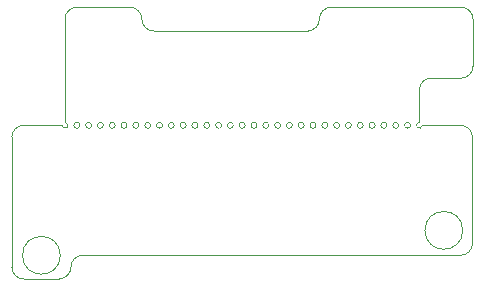
<source format=gbr>
%TF.GenerationSoftware,KiCad,Pcbnew,8.0.3*%
%TF.CreationDate,2024-12-22T12:47:46-05:00*%
%TF.ProjectId,klipper_screen_riser,6b6c6970-7065-4725-9f73-637265656e5f,rev?*%
%TF.SameCoordinates,Original*%
%TF.FileFunction,Profile,NP*%
%FSLAX46Y46*%
G04 Gerber Fmt 4.6, Leading zero omitted, Abs format (unit mm)*
G04 Created by KiCad (PCBNEW 8.0.3) date 2024-12-22 12:47:46*
%MOMM*%
%LPD*%
G01*
G04 APERTURE LIST*
%TA.AperFunction,Profile*%
%ADD10C,0.050000*%
%TD*%
G04 APERTURE END LIST*
D10*
X189284000Y-68590000D02*
G75*
G02*
X188284000Y-69590000I-1000000J0D01*
G01*
X188284000Y-69590000D02*
X185740000Y-69590000D01*
X184994000Y-73590000D02*
G75*
G02*
X184740000Y-73336000I-254000J0D01*
G01*
X171994000Y-73590000D02*
G75*
G02*
X171486000Y-73590000I-254000J0D01*
G01*
X171486000Y-73590000D02*
G75*
G02*
X171994000Y-73590000I254000J0D01*
G01*
X189240000Y-83590000D02*
G75*
G02*
X188240000Y-84590000I-1000000J0D01*
G01*
X154740000Y-73336000D02*
G75*
G02*
X154486000Y-73590000I0J-254000D01*
G01*
X155240000Y-85590000D02*
G75*
G02*
X154240000Y-86590000I-1000000J0D01*
G01*
X150240000Y-85590000D02*
X150240000Y-74590000D01*
X155740000Y-63590000D02*
X160240000Y-63590000D01*
X156994000Y-73590000D02*
G75*
G02*
X156486000Y-73590000I-254000J0D01*
G01*
X156486000Y-73590000D02*
G75*
G02*
X156994000Y-73590000I254000J0D01*
G01*
X164994000Y-73590000D02*
G75*
G02*
X164486000Y-73590000I-254000J0D01*
G01*
X164486000Y-73590000D02*
G75*
G02*
X164994000Y-73590000I254000J0D01*
G01*
X169994000Y-73590000D02*
G75*
G02*
X169486000Y-73590000I-254000J0D01*
G01*
X169486000Y-73590000D02*
G75*
G02*
X169994000Y-73590000I254000J0D01*
G01*
X155994000Y-73590000D02*
G75*
G02*
X155486000Y-73590000I-254000J0D01*
G01*
X155486000Y-73590000D02*
G75*
G02*
X155994000Y-73590000I254000J0D01*
G01*
X177994000Y-73590000D02*
G75*
G02*
X177486000Y-73590000I-254000J0D01*
G01*
X177486000Y-73590000D02*
G75*
G02*
X177994000Y-73590000I254000J0D01*
G01*
X188416000Y-82480000D02*
G75*
G02*
X185216000Y-82480000I-1600000J0D01*
G01*
X185216000Y-82480000D02*
G75*
G02*
X188416000Y-82480000I1600000J0D01*
G01*
X189284000Y-68590000D02*
X189284000Y-64590000D01*
X163994000Y-73590000D02*
G75*
G02*
X163486000Y-73590000I-254000J0D01*
G01*
X163486000Y-73590000D02*
G75*
G02*
X163994000Y-73590000I254000J0D01*
G01*
X176284000Y-64590000D02*
G75*
G02*
X175284000Y-65590000I-1000000J0D01*
G01*
X188240000Y-73590000D02*
G75*
G02*
X189240000Y-74590000I0J-1000000D01*
G01*
X170994000Y-73590000D02*
G75*
G02*
X170486000Y-73590000I-254000J0D01*
G01*
X170486000Y-73590000D02*
G75*
G02*
X170994000Y-73590000I254000J0D01*
G01*
X173994000Y-73590000D02*
G75*
G02*
X173486000Y-73590000I-254000J0D01*
G01*
X173486000Y-73590000D02*
G75*
G02*
X173994000Y-73590000I254000J0D01*
G01*
X151240000Y-73590000D02*
X154486000Y-73590000D01*
X176994000Y-73590000D02*
G75*
G02*
X176486000Y-73590000I-254000J0D01*
G01*
X176486000Y-73590000D02*
G75*
G02*
X176994000Y-73590000I254000J0D01*
G01*
X167994000Y-73590000D02*
G75*
G02*
X167486000Y-73590000I-254000J0D01*
G01*
X167486000Y-73590000D02*
G75*
G02*
X167994000Y-73590000I254000J0D01*
G01*
X184740000Y-70590000D02*
X184740000Y-73336000D01*
X182994000Y-73590000D02*
G75*
G02*
X182486000Y-73590000I-254000J0D01*
G01*
X182486000Y-73590000D02*
G75*
G02*
X182994000Y-73590000I254000J0D01*
G01*
X158994000Y-73590000D02*
G75*
G02*
X158486000Y-73590000I-254000J0D01*
G01*
X158486000Y-73590000D02*
G75*
G02*
X158994000Y-73590000I254000J0D01*
G01*
X157994000Y-73590000D02*
G75*
G02*
X157486000Y-73590000I-254000J0D01*
G01*
X157486000Y-73590000D02*
G75*
G02*
X157994000Y-73590000I254000J0D01*
G01*
X154240000Y-86590000D02*
X151240000Y-86590000D01*
X175994000Y-73590000D02*
G75*
G02*
X175486000Y-73590000I-254000J0D01*
G01*
X175486000Y-73590000D02*
G75*
G02*
X175994000Y-73590000I254000J0D01*
G01*
X188276000Y-84590000D02*
X156276000Y-84590000D01*
X162994000Y-73590000D02*
G75*
G02*
X162486000Y-73590000I-254000J0D01*
G01*
X162486000Y-73590000D02*
G75*
G02*
X162994000Y-73590000I254000J0D01*
G01*
X151240000Y-86590000D02*
G75*
G02*
X150240000Y-85590000I0J1000000D01*
G01*
X165994000Y-73590000D02*
G75*
G02*
X165486000Y-73590000I-254000J0D01*
G01*
X165486000Y-73590000D02*
G75*
G02*
X165994000Y-73590000I254000J0D01*
G01*
X181994000Y-73590000D02*
G75*
G02*
X181486000Y-73590000I-254000J0D01*
G01*
X181486000Y-73590000D02*
G75*
G02*
X181994000Y-73590000I254000J0D01*
G01*
X189240000Y-74590000D02*
X189240000Y-83590000D01*
X155239353Y-85590000D02*
G75*
G02*
X156276000Y-84590001I1000647J0D01*
G01*
X160240000Y-63590000D02*
G75*
G02*
X161240000Y-64590000I0J-1000000D01*
G01*
X159994000Y-73590000D02*
G75*
G02*
X159486000Y-73590000I-254000J0D01*
G01*
X159486000Y-73590000D02*
G75*
G02*
X159994000Y-73590000I254000J0D01*
G01*
X154340000Y-84590000D02*
G75*
G02*
X151140000Y-84590000I-1600000J0D01*
G01*
X151140000Y-84590000D02*
G75*
G02*
X154340000Y-84590000I1600000J0D01*
G01*
X188284000Y-63590000D02*
G75*
G02*
X189284000Y-64590000I0J-1000000D01*
G01*
X172994000Y-73590000D02*
G75*
G02*
X172486000Y-73590000I-254000J0D01*
G01*
X172486000Y-73590000D02*
G75*
G02*
X172994000Y-73590000I254000J0D01*
G01*
X180994000Y-73590000D02*
G75*
G02*
X180486000Y-73590000I-254000J0D01*
G01*
X180486000Y-73590000D02*
G75*
G02*
X180994000Y-73590000I254000J0D01*
G01*
X168994000Y-73590000D02*
G75*
G02*
X168486000Y-73590000I-254000J0D01*
G01*
X168486000Y-73590000D02*
G75*
G02*
X168994000Y-73590000I254000J0D01*
G01*
X177284000Y-63590000D02*
X188284000Y-63590000D01*
X162240000Y-65590000D02*
X175284000Y-65590000D01*
X162240000Y-65590000D02*
G75*
G02*
X161240000Y-64590000I0J1000000D01*
G01*
X154740000Y-73336000D02*
X154740000Y-64590000D01*
X150240000Y-74590000D02*
G75*
G02*
X151240000Y-73590000I1000000J0D01*
G01*
X174994000Y-73590000D02*
G75*
G02*
X174486000Y-73590000I-254000J0D01*
G01*
X174486000Y-73590000D02*
G75*
G02*
X174994000Y-73590000I254000J0D01*
G01*
X160994000Y-73590000D02*
G75*
G02*
X160486000Y-73590000I-254000J0D01*
G01*
X160486000Y-73590000D02*
G75*
G02*
X160994000Y-73590000I254000J0D01*
G01*
X166994000Y-73590000D02*
G75*
G02*
X166486000Y-73590000I-254000J0D01*
G01*
X166486000Y-73590000D02*
G75*
G02*
X166994000Y-73590000I254000J0D01*
G01*
X154740000Y-64590000D02*
G75*
G02*
X155740000Y-63590000I1000000J0D01*
G01*
X184740000Y-70590000D02*
G75*
G02*
X185740000Y-69590000I1000000J0D01*
G01*
X179994000Y-73590000D02*
G75*
G02*
X179486000Y-73590000I-254000J0D01*
G01*
X179486000Y-73590000D02*
G75*
G02*
X179994000Y-73590000I254000J0D01*
G01*
X176284000Y-64590000D02*
G75*
G02*
X177284000Y-63590000I1000000J0D01*
G01*
X183994000Y-73590000D02*
G75*
G02*
X183486000Y-73590000I-254000J0D01*
G01*
X183486000Y-73590000D02*
G75*
G02*
X183994000Y-73590000I254000J0D01*
G01*
X178994000Y-73590000D02*
G75*
G02*
X178486000Y-73590000I-254000J0D01*
G01*
X178486000Y-73590000D02*
G75*
G02*
X178994000Y-73590000I254000J0D01*
G01*
X184994000Y-73590000D02*
X188240000Y-73590000D01*
X161994000Y-73590000D02*
G75*
G02*
X161486000Y-73590000I-254000J0D01*
G01*
X161486000Y-73590000D02*
G75*
G02*
X161994000Y-73590000I254000J0D01*
G01*
M02*

</source>
